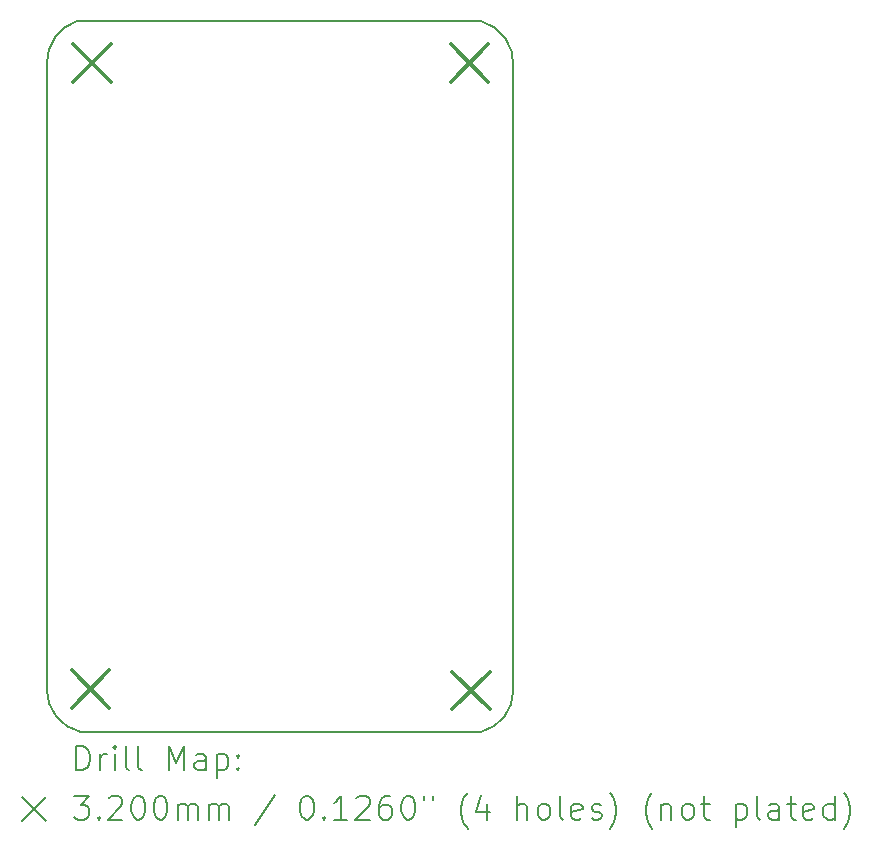
<source format=gbr>
%TF.GenerationSoftware,KiCad,Pcbnew,7.0.7*%
%TF.CreationDate,2023-10-16T17:53:01+02:00*%
%TF.ProjectId,arduino-nano-line-follower,61726475-696e-46f2-9d6e-616e6f2d6c69,0*%
%TF.SameCoordinates,Original*%
%TF.FileFunction,Drillmap*%
%TF.FilePolarity,Positive*%
%FSLAX45Y45*%
G04 Gerber Fmt 4.5, Leading zero omitted, Abs format (unit mm)*
G04 Created by KiCad (PCBNEW 7.0.7) date 2023-10-16 17:53:01*
%MOMM*%
%LPD*%
G01*
G04 APERTURE LIST*
%ADD10C,0.200000*%
%ADD11C,0.320000*%
G04 APERTURE END LIST*
D10*
X8709833Y-3479500D02*
G75*
G03*
X8450000Y-3840000I120167J-360500D01*
G01*
X8450000Y-9140000D02*
G75*
G03*
X8738504Y-9500913I370000J0D01*
G01*
X12129956Y-9498580D02*
G75*
G03*
X12400000Y-9150000I-89956J348580D01*
G01*
X8738504Y-9500913D02*
X12129956Y-9498580D01*
X8450000Y-3840000D02*
X8450000Y-9140000D01*
X12400000Y-3860000D02*
G75*
G03*
X12129173Y-3482978I-370000J20000D01*
G01*
X12400000Y-9150000D02*
X12400000Y-3860000D01*
X12129173Y-3482978D02*
X8709833Y-3479500D01*
D11*
X8660000Y-8980000D02*
X8980000Y-9300000D01*
X8980000Y-8980000D02*
X8660000Y-9300000D01*
X8670000Y-3680000D02*
X8990000Y-4000000D01*
X8990000Y-3680000D02*
X8670000Y-4000000D01*
X11870000Y-3680000D02*
X12190000Y-4000000D01*
X12190000Y-3680000D02*
X11870000Y-4000000D01*
X11880000Y-8990000D02*
X12200000Y-9310000D01*
X12200000Y-8990000D02*
X11880000Y-9310000D01*
D10*
X8700777Y-9822397D02*
X8700777Y-9622397D01*
X8700777Y-9622397D02*
X8748396Y-9622397D01*
X8748396Y-9622397D02*
X8776967Y-9631921D01*
X8776967Y-9631921D02*
X8796015Y-9650968D01*
X8796015Y-9650968D02*
X8805539Y-9670016D01*
X8805539Y-9670016D02*
X8815063Y-9708111D01*
X8815063Y-9708111D02*
X8815063Y-9736683D01*
X8815063Y-9736683D02*
X8805539Y-9774778D01*
X8805539Y-9774778D02*
X8796015Y-9793826D01*
X8796015Y-9793826D02*
X8776967Y-9812873D01*
X8776967Y-9812873D02*
X8748396Y-9822397D01*
X8748396Y-9822397D02*
X8700777Y-9822397D01*
X8900777Y-9822397D02*
X8900777Y-9689064D01*
X8900777Y-9727159D02*
X8910301Y-9708111D01*
X8910301Y-9708111D02*
X8919824Y-9698587D01*
X8919824Y-9698587D02*
X8938872Y-9689064D01*
X8938872Y-9689064D02*
X8957920Y-9689064D01*
X9024586Y-9822397D02*
X9024586Y-9689064D01*
X9024586Y-9622397D02*
X9015063Y-9631921D01*
X9015063Y-9631921D02*
X9024586Y-9641445D01*
X9024586Y-9641445D02*
X9034110Y-9631921D01*
X9034110Y-9631921D02*
X9024586Y-9622397D01*
X9024586Y-9622397D02*
X9024586Y-9641445D01*
X9148396Y-9822397D02*
X9129348Y-9812873D01*
X9129348Y-9812873D02*
X9119824Y-9793826D01*
X9119824Y-9793826D02*
X9119824Y-9622397D01*
X9253158Y-9822397D02*
X9234110Y-9812873D01*
X9234110Y-9812873D02*
X9224586Y-9793826D01*
X9224586Y-9793826D02*
X9224586Y-9622397D01*
X9481729Y-9822397D02*
X9481729Y-9622397D01*
X9481729Y-9622397D02*
X9548396Y-9765254D01*
X9548396Y-9765254D02*
X9615063Y-9622397D01*
X9615063Y-9622397D02*
X9615063Y-9822397D01*
X9796015Y-9822397D02*
X9796015Y-9717635D01*
X9796015Y-9717635D02*
X9786491Y-9698587D01*
X9786491Y-9698587D02*
X9767444Y-9689064D01*
X9767444Y-9689064D02*
X9729348Y-9689064D01*
X9729348Y-9689064D02*
X9710301Y-9698587D01*
X9796015Y-9812873D02*
X9776967Y-9822397D01*
X9776967Y-9822397D02*
X9729348Y-9822397D01*
X9729348Y-9822397D02*
X9710301Y-9812873D01*
X9710301Y-9812873D02*
X9700777Y-9793826D01*
X9700777Y-9793826D02*
X9700777Y-9774778D01*
X9700777Y-9774778D02*
X9710301Y-9755730D01*
X9710301Y-9755730D02*
X9729348Y-9746207D01*
X9729348Y-9746207D02*
X9776967Y-9746207D01*
X9776967Y-9746207D02*
X9796015Y-9736683D01*
X9891253Y-9689064D02*
X9891253Y-9889064D01*
X9891253Y-9698587D02*
X9910301Y-9689064D01*
X9910301Y-9689064D02*
X9948396Y-9689064D01*
X9948396Y-9689064D02*
X9967444Y-9698587D01*
X9967444Y-9698587D02*
X9976967Y-9708111D01*
X9976967Y-9708111D02*
X9986491Y-9727159D01*
X9986491Y-9727159D02*
X9986491Y-9784302D01*
X9986491Y-9784302D02*
X9976967Y-9803349D01*
X9976967Y-9803349D02*
X9967444Y-9812873D01*
X9967444Y-9812873D02*
X9948396Y-9822397D01*
X9948396Y-9822397D02*
X9910301Y-9822397D01*
X9910301Y-9822397D02*
X9891253Y-9812873D01*
X10072205Y-9803349D02*
X10081729Y-9812873D01*
X10081729Y-9812873D02*
X10072205Y-9822397D01*
X10072205Y-9822397D02*
X10062682Y-9812873D01*
X10062682Y-9812873D02*
X10072205Y-9803349D01*
X10072205Y-9803349D02*
X10072205Y-9822397D01*
X10072205Y-9698587D02*
X10081729Y-9708111D01*
X10081729Y-9708111D02*
X10072205Y-9717635D01*
X10072205Y-9717635D02*
X10062682Y-9708111D01*
X10062682Y-9708111D02*
X10072205Y-9698587D01*
X10072205Y-9698587D02*
X10072205Y-9717635D01*
X8240000Y-10050913D02*
X8440000Y-10250913D01*
X8440000Y-10050913D02*
X8240000Y-10250913D01*
X8681729Y-10042397D02*
X8805539Y-10042397D01*
X8805539Y-10042397D02*
X8738872Y-10118587D01*
X8738872Y-10118587D02*
X8767444Y-10118587D01*
X8767444Y-10118587D02*
X8786491Y-10128111D01*
X8786491Y-10128111D02*
X8796015Y-10137635D01*
X8796015Y-10137635D02*
X8805539Y-10156683D01*
X8805539Y-10156683D02*
X8805539Y-10204302D01*
X8805539Y-10204302D02*
X8796015Y-10223349D01*
X8796015Y-10223349D02*
X8786491Y-10232873D01*
X8786491Y-10232873D02*
X8767444Y-10242397D01*
X8767444Y-10242397D02*
X8710301Y-10242397D01*
X8710301Y-10242397D02*
X8691253Y-10232873D01*
X8691253Y-10232873D02*
X8681729Y-10223349D01*
X8891253Y-10223349D02*
X8900777Y-10232873D01*
X8900777Y-10232873D02*
X8891253Y-10242397D01*
X8891253Y-10242397D02*
X8881729Y-10232873D01*
X8881729Y-10232873D02*
X8891253Y-10223349D01*
X8891253Y-10223349D02*
X8891253Y-10242397D01*
X8976967Y-10061445D02*
X8986491Y-10051921D01*
X8986491Y-10051921D02*
X9005539Y-10042397D01*
X9005539Y-10042397D02*
X9053158Y-10042397D01*
X9053158Y-10042397D02*
X9072205Y-10051921D01*
X9072205Y-10051921D02*
X9081729Y-10061445D01*
X9081729Y-10061445D02*
X9091253Y-10080492D01*
X9091253Y-10080492D02*
X9091253Y-10099540D01*
X9091253Y-10099540D02*
X9081729Y-10128111D01*
X9081729Y-10128111D02*
X8967444Y-10242397D01*
X8967444Y-10242397D02*
X9091253Y-10242397D01*
X9215063Y-10042397D02*
X9234110Y-10042397D01*
X9234110Y-10042397D02*
X9253158Y-10051921D01*
X9253158Y-10051921D02*
X9262682Y-10061445D01*
X9262682Y-10061445D02*
X9272205Y-10080492D01*
X9272205Y-10080492D02*
X9281729Y-10118587D01*
X9281729Y-10118587D02*
X9281729Y-10166207D01*
X9281729Y-10166207D02*
X9272205Y-10204302D01*
X9272205Y-10204302D02*
X9262682Y-10223349D01*
X9262682Y-10223349D02*
X9253158Y-10232873D01*
X9253158Y-10232873D02*
X9234110Y-10242397D01*
X9234110Y-10242397D02*
X9215063Y-10242397D01*
X9215063Y-10242397D02*
X9196015Y-10232873D01*
X9196015Y-10232873D02*
X9186491Y-10223349D01*
X9186491Y-10223349D02*
X9176967Y-10204302D01*
X9176967Y-10204302D02*
X9167444Y-10166207D01*
X9167444Y-10166207D02*
X9167444Y-10118587D01*
X9167444Y-10118587D02*
X9176967Y-10080492D01*
X9176967Y-10080492D02*
X9186491Y-10061445D01*
X9186491Y-10061445D02*
X9196015Y-10051921D01*
X9196015Y-10051921D02*
X9215063Y-10042397D01*
X9405539Y-10042397D02*
X9424586Y-10042397D01*
X9424586Y-10042397D02*
X9443634Y-10051921D01*
X9443634Y-10051921D02*
X9453158Y-10061445D01*
X9453158Y-10061445D02*
X9462682Y-10080492D01*
X9462682Y-10080492D02*
X9472205Y-10118587D01*
X9472205Y-10118587D02*
X9472205Y-10166207D01*
X9472205Y-10166207D02*
X9462682Y-10204302D01*
X9462682Y-10204302D02*
X9453158Y-10223349D01*
X9453158Y-10223349D02*
X9443634Y-10232873D01*
X9443634Y-10232873D02*
X9424586Y-10242397D01*
X9424586Y-10242397D02*
X9405539Y-10242397D01*
X9405539Y-10242397D02*
X9386491Y-10232873D01*
X9386491Y-10232873D02*
X9376967Y-10223349D01*
X9376967Y-10223349D02*
X9367444Y-10204302D01*
X9367444Y-10204302D02*
X9357920Y-10166207D01*
X9357920Y-10166207D02*
X9357920Y-10118587D01*
X9357920Y-10118587D02*
X9367444Y-10080492D01*
X9367444Y-10080492D02*
X9376967Y-10061445D01*
X9376967Y-10061445D02*
X9386491Y-10051921D01*
X9386491Y-10051921D02*
X9405539Y-10042397D01*
X9557920Y-10242397D02*
X9557920Y-10109064D01*
X9557920Y-10128111D02*
X9567444Y-10118587D01*
X9567444Y-10118587D02*
X9586491Y-10109064D01*
X9586491Y-10109064D02*
X9615063Y-10109064D01*
X9615063Y-10109064D02*
X9634110Y-10118587D01*
X9634110Y-10118587D02*
X9643634Y-10137635D01*
X9643634Y-10137635D02*
X9643634Y-10242397D01*
X9643634Y-10137635D02*
X9653158Y-10118587D01*
X9653158Y-10118587D02*
X9672205Y-10109064D01*
X9672205Y-10109064D02*
X9700777Y-10109064D01*
X9700777Y-10109064D02*
X9719825Y-10118587D01*
X9719825Y-10118587D02*
X9729348Y-10137635D01*
X9729348Y-10137635D02*
X9729348Y-10242397D01*
X9824586Y-10242397D02*
X9824586Y-10109064D01*
X9824586Y-10128111D02*
X9834110Y-10118587D01*
X9834110Y-10118587D02*
X9853158Y-10109064D01*
X9853158Y-10109064D02*
X9881729Y-10109064D01*
X9881729Y-10109064D02*
X9900777Y-10118587D01*
X9900777Y-10118587D02*
X9910301Y-10137635D01*
X9910301Y-10137635D02*
X9910301Y-10242397D01*
X9910301Y-10137635D02*
X9919825Y-10118587D01*
X9919825Y-10118587D02*
X9938872Y-10109064D01*
X9938872Y-10109064D02*
X9967444Y-10109064D01*
X9967444Y-10109064D02*
X9986491Y-10118587D01*
X9986491Y-10118587D02*
X9996015Y-10137635D01*
X9996015Y-10137635D02*
X9996015Y-10242397D01*
X10386491Y-10032873D02*
X10215063Y-10290016D01*
X10643634Y-10042397D02*
X10662682Y-10042397D01*
X10662682Y-10042397D02*
X10681729Y-10051921D01*
X10681729Y-10051921D02*
X10691253Y-10061445D01*
X10691253Y-10061445D02*
X10700777Y-10080492D01*
X10700777Y-10080492D02*
X10710301Y-10118587D01*
X10710301Y-10118587D02*
X10710301Y-10166207D01*
X10710301Y-10166207D02*
X10700777Y-10204302D01*
X10700777Y-10204302D02*
X10691253Y-10223349D01*
X10691253Y-10223349D02*
X10681729Y-10232873D01*
X10681729Y-10232873D02*
X10662682Y-10242397D01*
X10662682Y-10242397D02*
X10643634Y-10242397D01*
X10643634Y-10242397D02*
X10624587Y-10232873D01*
X10624587Y-10232873D02*
X10615063Y-10223349D01*
X10615063Y-10223349D02*
X10605539Y-10204302D01*
X10605539Y-10204302D02*
X10596015Y-10166207D01*
X10596015Y-10166207D02*
X10596015Y-10118587D01*
X10596015Y-10118587D02*
X10605539Y-10080492D01*
X10605539Y-10080492D02*
X10615063Y-10061445D01*
X10615063Y-10061445D02*
X10624587Y-10051921D01*
X10624587Y-10051921D02*
X10643634Y-10042397D01*
X10796015Y-10223349D02*
X10805539Y-10232873D01*
X10805539Y-10232873D02*
X10796015Y-10242397D01*
X10796015Y-10242397D02*
X10786491Y-10232873D01*
X10786491Y-10232873D02*
X10796015Y-10223349D01*
X10796015Y-10223349D02*
X10796015Y-10242397D01*
X10996015Y-10242397D02*
X10881729Y-10242397D01*
X10938872Y-10242397D02*
X10938872Y-10042397D01*
X10938872Y-10042397D02*
X10919825Y-10070968D01*
X10919825Y-10070968D02*
X10900777Y-10090016D01*
X10900777Y-10090016D02*
X10881729Y-10099540D01*
X11072206Y-10061445D02*
X11081729Y-10051921D01*
X11081729Y-10051921D02*
X11100777Y-10042397D01*
X11100777Y-10042397D02*
X11148396Y-10042397D01*
X11148396Y-10042397D02*
X11167444Y-10051921D01*
X11167444Y-10051921D02*
X11176968Y-10061445D01*
X11176968Y-10061445D02*
X11186491Y-10080492D01*
X11186491Y-10080492D02*
X11186491Y-10099540D01*
X11186491Y-10099540D02*
X11176968Y-10128111D01*
X11176968Y-10128111D02*
X11062682Y-10242397D01*
X11062682Y-10242397D02*
X11186491Y-10242397D01*
X11357920Y-10042397D02*
X11319825Y-10042397D01*
X11319825Y-10042397D02*
X11300777Y-10051921D01*
X11300777Y-10051921D02*
X11291253Y-10061445D01*
X11291253Y-10061445D02*
X11272206Y-10090016D01*
X11272206Y-10090016D02*
X11262682Y-10128111D01*
X11262682Y-10128111D02*
X11262682Y-10204302D01*
X11262682Y-10204302D02*
X11272206Y-10223349D01*
X11272206Y-10223349D02*
X11281729Y-10232873D01*
X11281729Y-10232873D02*
X11300777Y-10242397D01*
X11300777Y-10242397D02*
X11338872Y-10242397D01*
X11338872Y-10242397D02*
X11357920Y-10232873D01*
X11357920Y-10232873D02*
X11367444Y-10223349D01*
X11367444Y-10223349D02*
X11376967Y-10204302D01*
X11376967Y-10204302D02*
X11376967Y-10156683D01*
X11376967Y-10156683D02*
X11367444Y-10137635D01*
X11367444Y-10137635D02*
X11357920Y-10128111D01*
X11357920Y-10128111D02*
X11338872Y-10118587D01*
X11338872Y-10118587D02*
X11300777Y-10118587D01*
X11300777Y-10118587D02*
X11281729Y-10128111D01*
X11281729Y-10128111D02*
X11272206Y-10137635D01*
X11272206Y-10137635D02*
X11262682Y-10156683D01*
X11500777Y-10042397D02*
X11519825Y-10042397D01*
X11519825Y-10042397D02*
X11538872Y-10051921D01*
X11538872Y-10051921D02*
X11548396Y-10061445D01*
X11548396Y-10061445D02*
X11557920Y-10080492D01*
X11557920Y-10080492D02*
X11567444Y-10118587D01*
X11567444Y-10118587D02*
X11567444Y-10166207D01*
X11567444Y-10166207D02*
X11557920Y-10204302D01*
X11557920Y-10204302D02*
X11548396Y-10223349D01*
X11548396Y-10223349D02*
X11538872Y-10232873D01*
X11538872Y-10232873D02*
X11519825Y-10242397D01*
X11519825Y-10242397D02*
X11500777Y-10242397D01*
X11500777Y-10242397D02*
X11481729Y-10232873D01*
X11481729Y-10232873D02*
X11472206Y-10223349D01*
X11472206Y-10223349D02*
X11462682Y-10204302D01*
X11462682Y-10204302D02*
X11453158Y-10166207D01*
X11453158Y-10166207D02*
X11453158Y-10118587D01*
X11453158Y-10118587D02*
X11462682Y-10080492D01*
X11462682Y-10080492D02*
X11472206Y-10061445D01*
X11472206Y-10061445D02*
X11481729Y-10051921D01*
X11481729Y-10051921D02*
X11500777Y-10042397D01*
X11643634Y-10042397D02*
X11643634Y-10080492D01*
X11719825Y-10042397D02*
X11719825Y-10080492D01*
X12015063Y-10318587D02*
X12005539Y-10309064D01*
X12005539Y-10309064D02*
X11986491Y-10280492D01*
X11986491Y-10280492D02*
X11976968Y-10261445D01*
X11976968Y-10261445D02*
X11967444Y-10232873D01*
X11967444Y-10232873D02*
X11957920Y-10185254D01*
X11957920Y-10185254D02*
X11957920Y-10147159D01*
X11957920Y-10147159D02*
X11967444Y-10099540D01*
X11967444Y-10099540D02*
X11976968Y-10070968D01*
X11976968Y-10070968D02*
X11986491Y-10051921D01*
X11986491Y-10051921D02*
X12005539Y-10023349D01*
X12005539Y-10023349D02*
X12015063Y-10013826D01*
X12176968Y-10109064D02*
X12176968Y-10242397D01*
X12129348Y-10032873D02*
X12081729Y-10175730D01*
X12081729Y-10175730D02*
X12205539Y-10175730D01*
X12434110Y-10242397D02*
X12434110Y-10042397D01*
X12519825Y-10242397D02*
X12519825Y-10137635D01*
X12519825Y-10137635D02*
X12510301Y-10118587D01*
X12510301Y-10118587D02*
X12491253Y-10109064D01*
X12491253Y-10109064D02*
X12462682Y-10109064D01*
X12462682Y-10109064D02*
X12443634Y-10118587D01*
X12443634Y-10118587D02*
X12434110Y-10128111D01*
X12643634Y-10242397D02*
X12624587Y-10232873D01*
X12624587Y-10232873D02*
X12615063Y-10223349D01*
X12615063Y-10223349D02*
X12605539Y-10204302D01*
X12605539Y-10204302D02*
X12605539Y-10147159D01*
X12605539Y-10147159D02*
X12615063Y-10128111D01*
X12615063Y-10128111D02*
X12624587Y-10118587D01*
X12624587Y-10118587D02*
X12643634Y-10109064D01*
X12643634Y-10109064D02*
X12672206Y-10109064D01*
X12672206Y-10109064D02*
X12691253Y-10118587D01*
X12691253Y-10118587D02*
X12700777Y-10128111D01*
X12700777Y-10128111D02*
X12710301Y-10147159D01*
X12710301Y-10147159D02*
X12710301Y-10204302D01*
X12710301Y-10204302D02*
X12700777Y-10223349D01*
X12700777Y-10223349D02*
X12691253Y-10232873D01*
X12691253Y-10232873D02*
X12672206Y-10242397D01*
X12672206Y-10242397D02*
X12643634Y-10242397D01*
X12824587Y-10242397D02*
X12805539Y-10232873D01*
X12805539Y-10232873D02*
X12796015Y-10213826D01*
X12796015Y-10213826D02*
X12796015Y-10042397D01*
X12976968Y-10232873D02*
X12957920Y-10242397D01*
X12957920Y-10242397D02*
X12919825Y-10242397D01*
X12919825Y-10242397D02*
X12900777Y-10232873D01*
X12900777Y-10232873D02*
X12891253Y-10213826D01*
X12891253Y-10213826D02*
X12891253Y-10137635D01*
X12891253Y-10137635D02*
X12900777Y-10118587D01*
X12900777Y-10118587D02*
X12919825Y-10109064D01*
X12919825Y-10109064D02*
X12957920Y-10109064D01*
X12957920Y-10109064D02*
X12976968Y-10118587D01*
X12976968Y-10118587D02*
X12986491Y-10137635D01*
X12986491Y-10137635D02*
X12986491Y-10156683D01*
X12986491Y-10156683D02*
X12891253Y-10175730D01*
X13062682Y-10232873D02*
X13081730Y-10242397D01*
X13081730Y-10242397D02*
X13119825Y-10242397D01*
X13119825Y-10242397D02*
X13138872Y-10232873D01*
X13138872Y-10232873D02*
X13148396Y-10213826D01*
X13148396Y-10213826D02*
X13148396Y-10204302D01*
X13148396Y-10204302D02*
X13138872Y-10185254D01*
X13138872Y-10185254D02*
X13119825Y-10175730D01*
X13119825Y-10175730D02*
X13091253Y-10175730D01*
X13091253Y-10175730D02*
X13072206Y-10166207D01*
X13072206Y-10166207D02*
X13062682Y-10147159D01*
X13062682Y-10147159D02*
X13062682Y-10137635D01*
X13062682Y-10137635D02*
X13072206Y-10118587D01*
X13072206Y-10118587D02*
X13091253Y-10109064D01*
X13091253Y-10109064D02*
X13119825Y-10109064D01*
X13119825Y-10109064D02*
X13138872Y-10118587D01*
X13215063Y-10318587D02*
X13224587Y-10309064D01*
X13224587Y-10309064D02*
X13243634Y-10280492D01*
X13243634Y-10280492D02*
X13253158Y-10261445D01*
X13253158Y-10261445D02*
X13262682Y-10232873D01*
X13262682Y-10232873D02*
X13272206Y-10185254D01*
X13272206Y-10185254D02*
X13272206Y-10147159D01*
X13272206Y-10147159D02*
X13262682Y-10099540D01*
X13262682Y-10099540D02*
X13253158Y-10070968D01*
X13253158Y-10070968D02*
X13243634Y-10051921D01*
X13243634Y-10051921D02*
X13224587Y-10023349D01*
X13224587Y-10023349D02*
X13215063Y-10013826D01*
X13576968Y-10318587D02*
X13567444Y-10309064D01*
X13567444Y-10309064D02*
X13548396Y-10280492D01*
X13548396Y-10280492D02*
X13538872Y-10261445D01*
X13538872Y-10261445D02*
X13529349Y-10232873D01*
X13529349Y-10232873D02*
X13519825Y-10185254D01*
X13519825Y-10185254D02*
X13519825Y-10147159D01*
X13519825Y-10147159D02*
X13529349Y-10099540D01*
X13529349Y-10099540D02*
X13538872Y-10070968D01*
X13538872Y-10070968D02*
X13548396Y-10051921D01*
X13548396Y-10051921D02*
X13567444Y-10023349D01*
X13567444Y-10023349D02*
X13576968Y-10013826D01*
X13653158Y-10109064D02*
X13653158Y-10242397D01*
X13653158Y-10128111D02*
X13662682Y-10118587D01*
X13662682Y-10118587D02*
X13681730Y-10109064D01*
X13681730Y-10109064D02*
X13710301Y-10109064D01*
X13710301Y-10109064D02*
X13729349Y-10118587D01*
X13729349Y-10118587D02*
X13738872Y-10137635D01*
X13738872Y-10137635D02*
X13738872Y-10242397D01*
X13862682Y-10242397D02*
X13843634Y-10232873D01*
X13843634Y-10232873D02*
X13834111Y-10223349D01*
X13834111Y-10223349D02*
X13824587Y-10204302D01*
X13824587Y-10204302D02*
X13824587Y-10147159D01*
X13824587Y-10147159D02*
X13834111Y-10128111D01*
X13834111Y-10128111D02*
X13843634Y-10118587D01*
X13843634Y-10118587D02*
X13862682Y-10109064D01*
X13862682Y-10109064D02*
X13891253Y-10109064D01*
X13891253Y-10109064D02*
X13910301Y-10118587D01*
X13910301Y-10118587D02*
X13919825Y-10128111D01*
X13919825Y-10128111D02*
X13929349Y-10147159D01*
X13929349Y-10147159D02*
X13929349Y-10204302D01*
X13929349Y-10204302D02*
X13919825Y-10223349D01*
X13919825Y-10223349D02*
X13910301Y-10232873D01*
X13910301Y-10232873D02*
X13891253Y-10242397D01*
X13891253Y-10242397D02*
X13862682Y-10242397D01*
X13986492Y-10109064D02*
X14062682Y-10109064D01*
X14015063Y-10042397D02*
X14015063Y-10213826D01*
X14015063Y-10213826D02*
X14024587Y-10232873D01*
X14024587Y-10232873D02*
X14043634Y-10242397D01*
X14043634Y-10242397D02*
X14062682Y-10242397D01*
X14281730Y-10109064D02*
X14281730Y-10309064D01*
X14281730Y-10118587D02*
X14300777Y-10109064D01*
X14300777Y-10109064D02*
X14338873Y-10109064D01*
X14338873Y-10109064D02*
X14357920Y-10118587D01*
X14357920Y-10118587D02*
X14367444Y-10128111D01*
X14367444Y-10128111D02*
X14376968Y-10147159D01*
X14376968Y-10147159D02*
X14376968Y-10204302D01*
X14376968Y-10204302D02*
X14367444Y-10223349D01*
X14367444Y-10223349D02*
X14357920Y-10232873D01*
X14357920Y-10232873D02*
X14338873Y-10242397D01*
X14338873Y-10242397D02*
X14300777Y-10242397D01*
X14300777Y-10242397D02*
X14281730Y-10232873D01*
X14491253Y-10242397D02*
X14472206Y-10232873D01*
X14472206Y-10232873D02*
X14462682Y-10213826D01*
X14462682Y-10213826D02*
X14462682Y-10042397D01*
X14653158Y-10242397D02*
X14653158Y-10137635D01*
X14653158Y-10137635D02*
X14643634Y-10118587D01*
X14643634Y-10118587D02*
X14624587Y-10109064D01*
X14624587Y-10109064D02*
X14586492Y-10109064D01*
X14586492Y-10109064D02*
X14567444Y-10118587D01*
X14653158Y-10232873D02*
X14634111Y-10242397D01*
X14634111Y-10242397D02*
X14586492Y-10242397D01*
X14586492Y-10242397D02*
X14567444Y-10232873D01*
X14567444Y-10232873D02*
X14557920Y-10213826D01*
X14557920Y-10213826D02*
X14557920Y-10194778D01*
X14557920Y-10194778D02*
X14567444Y-10175730D01*
X14567444Y-10175730D02*
X14586492Y-10166207D01*
X14586492Y-10166207D02*
X14634111Y-10166207D01*
X14634111Y-10166207D02*
X14653158Y-10156683D01*
X14719825Y-10109064D02*
X14796015Y-10109064D01*
X14748396Y-10042397D02*
X14748396Y-10213826D01*
X14748396Y-10213826D02*
X14757920Y-10232873D01*
X14757920Y-10232873D02*
X14776968Y-10242397D01*
X14776968Y-10242397D02*
X14796015Y-10242397D01*
X14938873Y-10232873D02*
X14919825Y-10242397D01*
X14919825Y-10242397D02*
X14881730Y-10242397D01*
X14881730Y-10242397D02*
X14862682Y-10232873D01*
X14862682Y-10232873D02*
X14853158Y-10213826D01*
X14853158Y-10213826D02*
X14853158Y-10137635D01*
X14853158Y-10137635D02*
X14862682Y-10118587D01*
X14862682Y-10118587D02*
X14881730Y-10109064D01*
X14881730Y-10109064D02*
X14919825Y-10109064D01*
X14919825Y-10109064D02*
X14938873Y-10118587D01*
X14938873Y-10118587D02*
X14948396Y-10137635D01*
X14948396Y-10137635D02*
X14948396Y-10156683D01*
X14948396Y-10156683D02*
X14853158Y-10175730D01*
X15119825Y-10242397D02*
X15119825Y-10042397D01*
X15119825Y-10232873D02*
X15100777Y-10242397D01*
X15100777Y-10242397D02*
X15062682Y-10242397D01*
X15062682Y-10242397D02*
X15043634Y-10232873D01*
X15043634Y-10232873D02*
X15034111Y-10223349D01*
X15034111Y-10223349D02*
X15024587Y-10204302D01*
X15024587Y-10204302D02*
X15024587Y-10147159D01*
X15024587Y-10147159D02*
X15034111Y-10128111D01*
X15034111Y-10128111D02*
X15043634Y-10118587D01*
X15043634Y-10118587D02*
X15062682Y-10109064D01*
X15062682Y-10109064D02*
X15100777Y-10109064D01*
X15100777Y-10109064D02*
X15119825Y-10118587D01*
X15196015Y-10318587D02*
X15205539Y-10309064D01*
X15205539Y-10309064D02*
X15224587Y-10280492D01*
X15224587Y-10280492D02*
X15234111Y-10261445D01*
X15234111Y-10261445D02*
X15243634Y-10232873D01*
X15243634Y-10232873D02*
X15253158Y-10185254D01*
X15253158Y-10185254D02*
X15253158Y-10147159D01*
X15253158Y-10147159D02*
X15243634Y-10099540D01*
X15243634Y-10099540D02*
X15234111Y-10070968D01*
X15234111Y-10070968D02*
X15224587Y-10051921D01*
X15224587Y-10051921D02*
X15205539Y-10023349D01*
X15205539Y-10023349D02*
X15196015Y-10013826D01*
M02*

</source>
